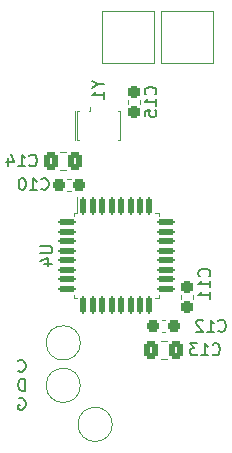
<source format=gbo>
G04 #@! TF.GenerationSoftware,KiCad,Pcbnew,(6.0.9)*
G04 #@! TF.CreationDate,2023-02-13T11:25:36-05:00*
G04 #@! TF.ProjectId,1W Experiments,31572045-7870-4657-9269-6d656e74732e,rev?*
G04 #@! TF.SameCoordinates,Original*
G04 #@! TF.FileFunction,Legend,Bot*
G04 #@! TF.FilePolarity,Positive*
%FSLAX46Y46*%
G04 Gerber Fmt 4.6, Leading zero omitted, Abs format (unit mm)*
G04 Created by KiCad (PCBNEW (6.0.9)) date 2023-02-13 11:25:36*
%MOMM*%
%LPD*%
G01*
G04 APERTURE LIST*
G04 Aperture macros list*
%AMRoundRect*
0 Rectangle with rounded corners*
0 $1 Rounding radius*
0 $2 $3 $4 $5 $6 $7 $8 $9 X,Y pos of 4 corners*
0 Add a 4 corners polygon primitive as box body*
4,1,4,$2,$3,$4,$5,$6,$7,$8,$9,$2,$3,0*
0 Add four circle primitives for the rounded corners*
1,1,$1+$1,$2,$3*
1,1,$1+$1,$4,$5*
1,1,$1+$1,$6,$7*
1,1,$1+$1,$8,$9*
0 Add four rect primitives between the rounded corners*
20,1,$1+$1,$2,$3,$4,$5,0*
20,1,$1+$1,$4,$5,$6,$7,0*
20,1,$1+$1,$6,$7,$8,$9,0*
20,1,$1+$1,$8,$9,$2,$3,0*%
G04 Aperture macros list end*
%ADD10C,0.150000*%
%ADD11C,0.120000*%
%ADD12O,1.550000X0.890000*%
%ADD13O,0.950000X1.250000*%
%ADD14R,1.500000X1.050000*%
%ADD15O,1.500000X1.050000*%
%ADD16R,1.700000X1.700000*%
%ADD17O,1.700000X1.700000*%
%ADD18RoundRect,0.237500X-0.300000X-0.237500X0.300000X-0.237500X0.300000X0.237500X-0.300000X0.237500X0*%
%ADD19RoundRect,0.250000X0.337500X0.475000X-0.337500X0.475000X-0.337500X-0.475000X0.337500X-0.475000X0*%
%ADD20R,0.400000X3.200000*%
%ADD21RoundRect,0.237500X0.237500X-0.300000X0.237500X0.300000X-0.237500X0.300000X-0.237500X-0.300000X0*%
%ADD22R,4.000000X4.000000*%
%ADD23C,2.500000*%
%ADD24RoundRect,0.250000X-0.337500X-0.475000X0.337500X-0.475000X0.337500X0.475000X-0.337500X0.475000X0*%
%ADD25RoundRect,0.125000X-0.125000X0.625000X-0.125000X-0.625000X0.125000X-0.625000X0.125000X0.625000X0*%
%ADD26RoundRect,0.125000X-0.625000X0.125000X-0.625000X-0.125000X0.625000X-0.125000X0.625000X0.125000X0*%
%ADD27RoundRect,0.237500X0.300000X0.237500X-0.300000X0.237500X-0.300000X-0.237500X0.300000X-0.237500X0*%
%ADD28RoundRect,0.237500X-0.237500X0.300000X-0.237500X-0.300000X0.237500X-0.300000X0.237500X0.300000X0*%
G04 APERTURE END LIST*
D10*
X82190476Y-109747142D02*
X82238095Y-109794761D01*
X82380952Y-109842380D01*
X82476190Y-109842380D01*
X82619047Y-109794761D01*
X82714285Y-109699523D01*
X82761904Y-109604285D01*
X82809523Y-109413809D01*
X82809523Y-109270952D01*
X82761904Y-109080476D01*
X82714285Y-108985238D01*
X82619047Y-108890000D01*
X82476190Y-108842380D01*
X82380952Y-108842380D01*
X82238095Y-108890000D01*
X82190476Y-108937619D01*
X82761904Y-111452380D02*
X82761904Y-110452380D01*
X82523809Y-110452380D01*
X82380952Y-110500000D01*
X82285714Y-110595238D01*
X82238095Y-110690476D01*
X82190476Y-110880952D01*
X82190476Y-111023809D01*
X82238095Y-111214285D01*
X82285714Y-111309523D01*
X82380952Y-111404761D01*
X82523809Y-111452380D01*
X82761904Y-111452380D01*
X82238095Y-112110000D02*
X82333333Y-112062380D01*
X82476190Y-112062380D01*
X82619047Y-112110000D01*
X82714285Y-112205238D01*
X82761904Y-112300476D01*
X82809523Y-112490952D01*
X82809523Y-112633809D01*
X82761904Y-112824285D01*
X82714285Y-112919523D01*
X82619047Y-113014761D01*
X82476190Y-113062380D01*
X82380952Y-113062380D01*
X82238095Y-113014761D01*
X82190476Y-112967142D01*
X82190476Y-112633809D01*
X82380952Y-112633809D01*
X99142857Y-106357142D02*
X99190476Y-106404761D01*
X99333333Y-106452380D01*
X99428571Y-106452380D01*
X99571428Y-106404761D01*
X99666666Y-106309523D01*
X99714285Y-106214285D01*
X99761904Y-106023809D01*
X99761904Y-105880952D01*
X99714285Y-105690476D01*
X99666666Y-105595238D01*
X99571428Y-105500000D01*
X99428571Y-105452380D01*
X99333333Y-105452380D01*
X99190476Y-105500000D01*
X99142857Y-105547619D01*
X98190476Y-106452380D02*
X98761904Y-106452380D01*
X98476190Y-106452380D02*
X98476190Y-105452380D01*
X98571428Y-105595238D01*
X98666666Y-105690476D01*
X98761904Y-105738095D01*
X97809523Y-105547619D02*
X97761904Y-105500000D01*
X97666666Y-105452380D01*
X97428571Y-105452380D01*
X97333333Y-105500000D01*
X97285714Y-105547619D01*
X97238095Y-105642857D01*
X97238095Y-105738095D01*
X97285714Y-105880952D01*
X97857142Y-106452380D01*
X97238095Y-106452380D01*
X83142857Y-92357142D02*
X83190476Y-92404761D01*
X83333333Y-92452380D01*
X83428571Y-92452380D01*
X83571428Y-92404761D01*
X83666666Y-92309523D01*
X83714285Y-92214285D01*
X83761904Y-92023809D01*
X83761904Y-91880952D01*
X83714285Y-91690476D01*
X83666666Y-91595238D01*
X83571428Y-91500000D01*
X83428571Y-91452380D01*
X83333333Y-91452380D01*
X83190476Y-91500000D01*
X83142857Y-91547619D01*
X82190476Y-92452380D02*
X82761904Y-92452380D01*
X82476190Y-92452380D02*
X82476190Y-91452380D01*
X82571428Y-91595238D01*
X82666666Y-91690476D01*
X82761904Y-91738095D01*
X81333333Y-91785714D02*
X81333333Y-92452380D01*
X81571428Y-91404761D02*
X81809523Y-92119047D01*
X81190476Y-92119047D01*
X88976190Y-85523809D02*
X89452380Y-85523809D01*
X88452380Y-85190476D02*
X88976190Y-85523809D01*
X88452380Y-85857142D01*
X89452380Y-86714285D02*
X89452380Y-86142857D01*
X89452380Y-86428571D02*
X88452380Y-86428571D01*
X88595238Y-86333333D01*
X88690476Y-86238095D01*
X88738095Y-86142857D01*
X93787142Y-86357142D02*
X93834761Y-86309523D01*
X93882380Y-86166666D01*
X93882380Y-86071428D01*
X93834761Y-85928571D01*
X93739523Y-85833333D01*
X93644285Y-85785714D01*
X93453809Y-85738095D01*
X93310952Y-85738095D01*
X93120476Y-85785714D01*
X93025238Y-85833333D01*
X92930000Y-85928571D01*
X92882380Y-86071428D01*
X92882380Y-86166666D01*
X92930000Y-86309523D01*
X92977619Y-86357142D01*
X93882380Y-87309523D02*
X93882380Y-86738095D01*
X93882380Y-87023809D02*
X92882380Y-87023809D01*
X93025238Y-86928571D01*
X93120476Y-86833333D01*
X93168095Y-86738095D01*
X92882380Y-88214285D02*
X92882380Y-87738095D01*
X93358571Y-87690476D01*
X93310952Y-87738095D01*
X93263333Y-87833333D01*
X93263333Y-88071428D01*
X93310952Y-88166666D01*
X93358571Y-88214285D01*
X93453809Y-88261904D01*
X93691904Y-88261904D01*
X93787142Y-88214285D01*
X93834761Y-88166666D01*
X93882380Y-88071428D01*
X93882380Y-87833333D01*
X93834761Y-87738095D01*
X93787142Y-87690476D01*
X98642857Y-108357142D02*
X98690476Y-108404761D01*
X98833333Y-108452380D01*
X98928571Y-108452380D01*
X99071428Y-108404761D01*
X99166666Y-108309523D01*
X99214285Y-108214285D01*
X99261904Y-108023809D01*
X99261904Y-107880952D01*
X99214285Y-107690476D01*
X99166666Y-107595238D01*
X99071428Y-107500000D01*
X98928571Y-107452380D01*
X98833333Y-107452380D01*
X98690476Y-107500000D01*
X98642857Y-107547619D01*
X97690476Y-108452380D02*
X98261904Y-108452380D01*
X97976190Y-108452380D02*
X97976190Y-107452380D01*
X98071428Y-107595238D01*
X98166666Y-107690476D01*
X98261904Y-107738095D01*
X97357142Y-107452380D02*
X96738095Y-107452380D01*
X97071428Y-107833333D01*
X96928571Y-107833333D01*
X96833333Y-107880952D01*
X96785714Y-107928571D01*
X96738095Y-108023809D01*
X96738095Y-108261904D01*
X96785714Y-108357142D01*
X96833333Y-108404761D01*
X96928571Y-108452380D01*
X97214285Y-108452380D01*
X97309523Y-108404761D01*
X97357142Y-108357142D01*
X84072380Y-99238095D02*
X84881904Y-99238095D01*
X84977142Y-99285714D01*
X85024761Y-99333333D01*
X85072380Y-99428571D01*
X85072380Y-99619047D01*
X85024761Y-99714285D01*
X84977142Y-99761904D01*
X84881904Y-99809523D01*
X84072380Y-99809523D01*
X84405714Y-100714285D02*
X85072380Y-100714285D01*
X84024761Y-100476190D02*
X84739047Y-100238095D01*
X84739047Y-100857142D01*
X84142857Y-94357142D02*
X84190476Y-94404761D01*
X84333333Y-94452380D01*
X84428571Y-94452380D01*
X84571428Y-94404761D01*
X84666666Y-94309523D01*
X84714285Y-94214285D01*
X84761904Y-94023809D01*
X84761904Y-93880952D01*
X84714285Y-93690476D01*
X84666666Y-93595238D01*
X84571428Y-93500000D01*
X84428571Y-93452380D01*
X84333333Y-93452380D01*
X84190476Y-93500000D01*
X84142857Y-93547619D01*
X83190476Y-94452380D02*
X83761904Y-94452380D01*
X83476190Y-94452380D02*
X83476190Y-93452380D01*
X83571428Y-93595238D01*
X83666666Y-93690476D01*
X83761904Y-93738095D01*
X82571428Y-93452380D02*
X82476190Y-93452380D01*
X82380952Y-93500000D01*
X82333333Y-93547619D01*
X82285714Y-93642857D01*
X82238095Y-93833333D01*
X82238095Y-94071428D01*
X82285714Y-94261904D01*
X82333333Y-94357142D01*
X82380952Y-94404761D01*
X82476190Y-94452380D01*
X82571428Y-94452380D01*
X82666666Y-94404761D01*
X82714285Y-94357142D01*
X82761904Y-94261904D01*
X82809523Y-94071428D01*
X82809523Y-93833333D01*
X82761904Y-93642857D01*
X82714285Y-93547619D01*
X82666666Y-93500000D01*
X82571428Y-93452380D01*
X98357142Y-101757142D02*
X98404761Y-101709523D01*
X98452380Y-101566666D01*
X98452380Y-101471428D01*
X98404761Y-101328571D01*
X98309523Y-101233333D01*
X98214285Y-101185714D01*
X98023809Y-101138095D01*
X97880952Y-101138095D01*
X97690476Y-101185714D01*
X97595238Y-101233333D01*
X97500000Y-101328571D01*
X97452380Y-101471428D01*
X97452380Y-101566666D01*
X97500000Y-101709523D01*
X97547619Y-101757142D01*
X98452380Y-102709523D02*
X98452380Y-102138095D01*
X98452380Y-102423809D02*
X97452380Y-102423809D01*
X97595238Y-102328571D01*
X97690476Y-102233333D01*
X97738095Y-102138095D01*
X98452380Y-103661904D02*
X98452380Y-103090476D01*
X98452380Y-103376190D02*
X97452380Y-103376190D01*
X97595238Y-103280952D01*
X97690476Y-103185714D01*
X97738095Y-103090476D01*
D11*
X94353733Y-105490000D02*
X94646267Y-105490000D01*
X94353733Y-106510000D02*
X94646267Y-106510000D01*
X86261252Y-92735000D02*
X85738748Y-92735000D01*
X86261252Y-91265000D02*
X85738748Y-91265000D01*
X90800000Y-87800000D02*
X90650000Y-87800000D01*
X90800000Y-90200000D02*
X90650000Y-90200000D01*
X87200000Y-88200000D02*
X87200000Y-90200000D01*
X88250000Y-87800000D02*
X88200000Y-87800000D01*
X87000000Y-88200000D02*
X87000000Y-87800000D01*
X87200000Y-90200000D02*
X87350000Y-90200000D01*
X87000000Y-90200000D02*
X87000000Y-88200000D01*
X87200000Y-88200000D02*
X87200000Y-87800000D01*
X88250000Y-87800000D02*
X88250000Y-87400000D01*
X90800000Y-90200000D02*
X90800000Y-88200000D01*
X87200000Y-87800000D02*
X87350000Y-87800000D01*
X90800000Y-88200000D02*
X90800000Y-87800000D01*
X91490000Y-87146267D02*
X91490000Y-86853733D01*
X92510000Y-87146267D02*
X92510000Y-86853733D01*
X93700000Y-79300000D02*
X89300000Y-79300000D01*
X89300000Y-83700000D02*
X93700000Y-83700000D01*
X89300000Y-79300000D02*
X89300000Y-83700000D01*
X93700000Y-83700000D02*
X93700000Y-79300000D01*
X87450000Y-111000000D02*
G75*
G03*
X87450000Y-111000000I-1450000J0D01*
G01*
X98700000Y-79300000D02*
X94300000Y-79300000D01*
X94300000Y-83700000D02*
X98700000Y-83700000D01*
X98700000Y-83700000D02*
X98700000Y-79300000D01*
X94300000Y-79300000D02*
X94300000Y-83700000D01*
X90150000Y-114300000D02*
G75*
G03*
X90150000Y-114300000I-1450000J0D01*
G01*
X94238748Y-107265000D02*
X94761252Y-107265000D01*
X94238748Y-108735000D02*
X94761252Y-108735000D01*
X94110000Y-96690000D02*
X94110000Y-96390000D01*
X87190000Y-96390000D02*
X87190000Y-95075000D01*
X94110000Y-103610000D02*
X93810000Y-103610000D01*
X94110000Y-96390000D02*
X93810000Y-96390000D01*
X86890000Y-103310000D02*
X86890000Y-103610000D01*
X94110000Y-103310000D02*
X94110000Y-103610000D01*
X86890000Y-103610000D02*
X87190000Y-103610000D01*
X86890000Y-96690000D02*
X86890000Y-96390000D01*
X86890000Y-96390000D02*
X87190000Y-96390000D01*
X87450000Y-107400000D02*
G75*
G03*
X87450000Y-107400000I-1450000J0D01*
G01*
X86646267Y-94510000D02*
X86353733Y-94510000D01*
X86646267Y-93490000D02*
X86353733Y-93490000D01*
X95990000Y-103353733D02*
X95990000Y-103646267D01*
X97010000Y-103353733D02*
X97010000Y-103646267D01*
%LPC*%
D12*
X106500000Y-120000000D03*
D13*
X103800000Y-114000000D03*
D12*
X106500000Y-113000000D03*
D13*
X103800000Y-119000000D03*
D14*
X93360000Y-119270000D03*
D15*
X93360000Y-118000000D03*
X93360000Y-116730000D03*
D16*
X75250000Y-87500000D03*
D17*
X75250000Y-90040000D03*
X75250000Y-92580000D03*
X75250000Y-95120000D03*
D18*
X93637500Y-106000000D03*
X95362500Y-106000000D03*
D19*
X87037500Y-92000000D03*
X84962500Y-92000000D03*
D20*
X87800000Y-89000000D03*
X89000000Y-89000000D03*
X90200000Y-89000000D03*
D21*
X92000000Y-87862500D03*
X92000000Y-86137500D03*
D22*
X91500000Y-81500000D03*
D23*
X86000000Y-111000000D03*
D22*
X96500000Y-81500000D03*
D23*
X88700000Y-114300000D03*
D24*
X93462500Y-108000000D03*
X95537500Y-108000000D03*
D25*
X87700000Y-95825000D03*
X88500000Y-95825000D03*
X89300000Y-95825000D03*
X90100000Y-95825000D03*
X90900000Y-95825000D03*
X91700000Y-95825000D03*
X92500000Y-95825000D03*
X93300000Y-95825000D03*
D26*
X94675000Y-97200000D03*
X94675000Y-98000000D03*
X94675000Y-98800000D03*
X94675000Y-99600000D03*
X94675000Y-100400000D03*
X94675000Y-101200000D03*
X94675000Y-102000000D03*
X94675000Y-102800000D03*
D25*
X93300000Y-104175000D03*
X92500000Y-104175000D03*
X91700000Y-104175000D03*
X90900000Y-104175000D03*
X90100000Y-104175000D03*
X89300000Y-104175000D03*
X88500000Y-104175000D03*
X87700000Y-104175000D03*
D26*
X86325000Y-102800000D03*
X86325000Y-102000000D03*
X86325000Y-101200000D03*
X86325000Y-100400000D03*
X86325000Y-99600000D03*
X86325000Y-98800000D03*
X86325000Y-98000000D03*
X86325000Y-97200000D03*
D23*
X86000000Y-107400000D03*
D27*
X87362500Y-94000000D03*
X85637500Y-94000000D03*
D28*
X96500000Y-102637500D03*
X96500000Y-104362500D03*
M02*

</source>
